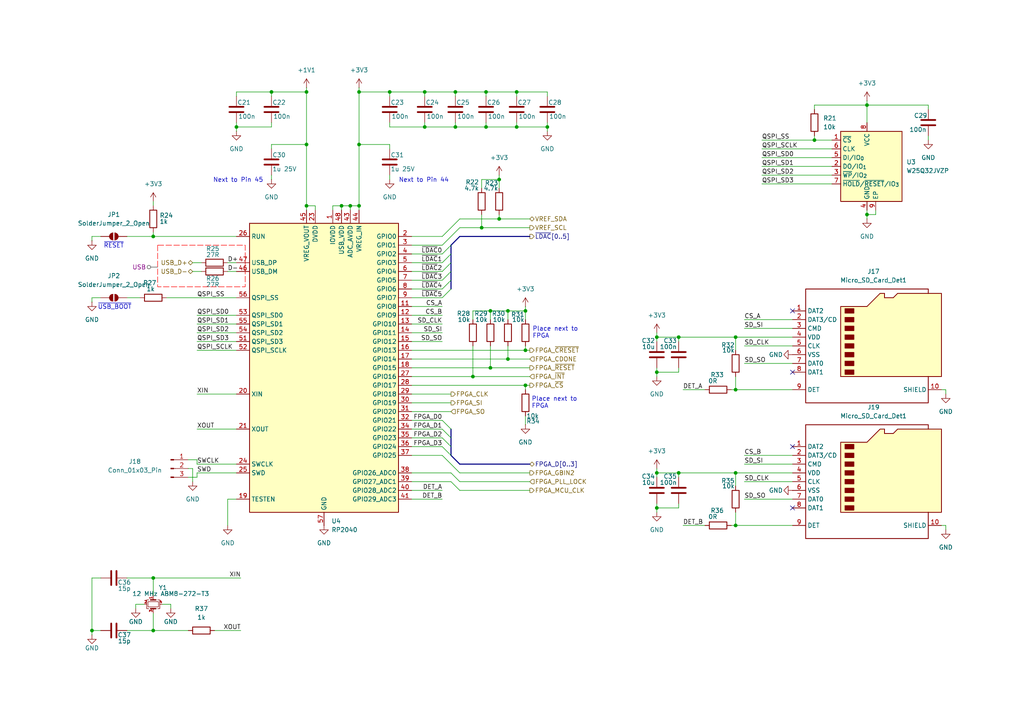
<source format=kicad_sch>
(kicad_sch (version 20250114) (generator "eeschema") (generator_version "9.0")
  (paper "A4")
  (lib_symbols
    (symbol "+1V1_1" (power) (pin_numbers (hide yes)) (pin_names (offset 0) (hide yes))
      (property "Value" "+1V1" (at 0 3.556 0))
      (symbol "+1V1_1_0_1"
        (polyline (pts (xy -0.762 1.27) (xy 0 2.54)))
        (polyline (pts (xy 0 2.54) (xy 0.762 1.27)))
        (polyline (pts (xy 0 0) (xy 0 2.54)))
      )
      (symbol "+1V1_1_1_1"
        (pin power_in line (at 0 0 90) (length 0) (name "~") (number "1"))
      )
    )
    (symbol "Connector:Conn_01x03_Pin" (pin_names (offset 1.016) (hide yes))
      (property "Reference" "J" (at 0 5.08 0))
      (property "Value" "Conn_01x03_Pin" (at 0 -5.08 0))
      (symbol "Conn_01x03_Pin_1_1"
        (rectangle (start 0.8636 2.667) (end 0 2.413) (stroke (width 0.1524)) (fill (type outline)))
        (rectangle (start 0.8636 0.127) (end 0 -0.127) (stroke (width 0.1524)) (fill (type outline)))
        (rectangle (start 0.8636 -2.413) (end 0 -2.667) (stroke (width 0.1524)) (fill (type outline)))
        (polyline (pts (xy 1.27 2.54) (xy 0.8636 2.54)) (stroke (width 0.1524)))
        (polyline (pts (xy 1.27 0) (xy 0.8636 0)) (stroke (width 0.1524)))
        (polyline (pts (xy 1.27 -2.54) (xy 0.8636 -2.54)) (stroke (width 0.1524)))
        (pin passive line (at 5.08 2.54 180) (length 3.81) (name "Pin_1") (number "1"))
        (pin passive line (at 5.08 0 180) (length 3.81) (name "Pin_2") (number "2"))
        (pin passive line (at 5.08 -2.54 180) (length 3.81) (name "Pin_3") (number "3"))
      )
    )
    (symbol "Connector:Micro_SD_Card_Det1"
      (property "Reference" "J" (at -16.51 17.78 0))
      (property "Value" "Micro_SD_Card_Det1" (at 16.51 17.78 0))
      (symbol "Micro_SD_Card_Det1_0_1"
        (polyline (pts (xy -8.89 -8.89) (xy -8.89 11.43) (xy -1.27 11.43) (xy 2.54 15.24) (xy 3.81 15.24) (xy 3.81 13.97) (xy 6.35 13.97) (xy 7.62 15.24) (xy 20.32 15.24) (xy 20.32 -8.89) (xy -8.89 -8.89)) (stroke (width 0.254)) (fill (type background)))
        (rectangle (start -7.62 10.795) (end -5.08 9.525) (stroke (width 0.254)) (fill (type outline)))
        (rectangle (start -7.62 8.255) (end -5.08 6.985) (stroke (width 0.254)) (fill (type outline)))
        (rectangle (start -7.62 5.715) (end -5.08 4.445) (stroke (width 0.254)) (fill (type outline)))
        (rectangle (start -7.62 3.175) (end -5.08 1.905) (stroke (width 0.254)) (fill (type outline)))
        (rectangle (start -7.62 0.635) (end -5.08 -0.635) (stroke (width 0.254)) (fill (type outline)))
        (rectangle (start -7.62 -1.905) (end -5.08 -3.175) (stroke (width 0.254)) (fill (type outline)))
        (rectangle (start -7.62 -4.445) (end -5.08 -5.715) (stroke (width 0.254)) (fill (type outline)))
        (rectangle (start -7.62 -6.985) (end -5.08 -8.255) (stroke (width 0.254)) (fill (type outline)))
        (polyline (pts (xy 16.51 15.24) (xy 16.51 16.51) (xy -19.05 16.51) (xy -19.05 -16.51) (xy 16.51 -16.51) (xy 16.51 -8.89)) (stroke (width 0.254)))
      )
      (symbol "Micro_SD_Card_Det1_1_1"
        (pin bidirectional line (at -22.86 10.16 0) (length 3.81) (name "DAT2") (number "1"))
        (pin bidirectional line (at -22.86 7.62 0) (length 3.81) (name "DAT3/CD") (number "2"))
        (pin input line (at -22.86 5.08 0) (length 3.81) (name "CMD") (number "3"))
        (pin power_in line (at -22.86 2.54 0) (length 3.81) (name "VDD") (number "4"))
        (pin input line (at -22.86 0 0) (length 3.81) (name "CLK") (number "5"))
        (pin power_in line (at -22.86 -2.54 0) (length 3.81) (name "VSS") (number "6"))
        (pin bidirectional line (at -22.86 -5.08 0) (length 3.81) (name "DAT0") (number "7"))
        (pin bidirectional line (at -22.86 -7.62 0) (length 3.81) (name "DAT1") (number "8"))
        (pin passive line (at -22.86 -12.7 0) (length 3.81) (name "DET") (number "9"))
        (pin passive line (at 20.32 -12.7 180) (length 3.81) (name "SHIELD") (number "10"))
      )
    )
    (symbol "Device:C" (pin_numbers (hide yes)) (pin_names (offset 0.254))
      (property "Reference" "C" (at 0.635 2.54 0))
      (property "Value" "C" (at 0.635 -2.54 0))
      (symbol "C_0_1"
        (polyline (pts (xy -2.032 0.762) (xy 2.032 0.762)) (stroke (width 0.508)))
        (polyline (pts (xy -2.032 -0.762) (xy 2.032 -0.762)) (stroke (width 0.508)))
      )
      (symbol "C_1_1"
        (pin passive line (at 0 3.81 270) (length 2.794) (name "~") (number "1"))
        (pin passive line (at 0 -3.81 90) (length 2.794) (name "~") (number "2"))
      )
    )
    (symbol "Device:Crystal_GND24_Small" (pin_names (offset 1.016) (hide yes))
      (property "Reference" "Y" (at 1.27 4.445 0))
      (property "Value" "Crystal_GND24_Small" (at 1.27 2.54 0))
      (symbol "Crystal_GND24_Small_0_1"
        (polyline (pts (xy -1.27 1.27) (xy -1.27 1.905) (xy 1.27 1.905) (xy 1.27 1.27)))
        (polyline (pts (xy -1.27 -0.762) (xy -1.27 0.762)) (stroke (width 0.381)))
        (polyline (pts (xy -1.27 -1.27) (xy -1.27 -1.905) (xy 1.27 -1.905) (xy 1.27 -1.27)))
        (rectangle (start -0.762 -1.524) (end 0.762 1.524))
        (polyline (pts (xy 1.27 -0.762) (xy 1.27 0.762)) (stroke (width 0.381)))
      )
      (symbol "Crystal_GND24_Small_1_1"
        (pin passive line (at -2.54 0 0) (length 1.27) (name "1") (number "1"))
        (pin passive line (at 0 2.54 270) (length 0.635) (name "4") (number "4"))
        (pin passive line (at 0 -2.54 90) (length 0.635) (name "2") (number "2"))
        (pin passive line (at 2.54 0 180) (length 1.27) (name "3") (number "3"))
      )
    )
    (symbol "Device:R" (pin_numbers (hide yes)) (pin_names (offset 0))
      (property "Reference" "R" (at 2.032 0 90))
      (property "Value" "R" (at 0 0 90))
      (symbol "R_0_1"
        (rectangle (start -1.016 -2.54) (end 1.016 2.54) (stroke (width 0.254)))
      )
      (symbol "R_1_1"
        (pin passive line (at 0 3.81 270) (length 1.27) (name "~") (number "1"))
        (pin passive line (at 0 -3.81 90) (length 1.27) (name "~") (number "2"))
      )
    )
    (symbol "Jumper:SolderJumper_2_Open" (pin_numbers (hide yes)) (pin_names (offset 0) (hide yes)) (in_bom no)
      (property "Reference" "JP" (at 0 2.032 0))
      (property "Value" "SolderJumper_2_Open" (at 0 -2.54 0))
      (symbol "SolderJumper_2_Open_0_1"
        (polyline (pts (xy -0.254 1.016) (xy -0.254 -1.016)))
        (arc (start -0.254 -1.016) (mid -1.2656 0) (end -0.254 1.016))
        (arc (start -0.254 -1.016) (mid -1.2656 0) (end -0.254 1.016) (fill (type outline)))
        (arc (start 0.254 1.016) (mid 1.2656 0) (end 0.254 -1.016))
        (arc (start 0.254 1.016) (mid 1.2656 0) (end 0.254 -1.016) (fill (type outline)))
        (polyline (pts (xy 0.254 1.016) (xy 0.254 -1.016)))
      )
      (symbol "SolderJumper_2_Open_1_1"
        (pin passive line (at -3.81 0 0) (length 2.54) (name "A") (number "1"))
        (pin passive line (at 3.81 0 180) (length 2.54) (name "B") (number "2"))
      )
    )
    (symbol "MCU_RaspberryPi:RP2040"
      (property "Reference" "U" (at 17.78 45.72 0))
      (property "Value" "RP2040" (at 17.78 43.18 0))
      (symbol "RP2040_0_1"
        (rectangle (start -21.59 41.91) (end 21.59 -41.91) (stroke (width 0.254)) (fill (type background)))
      )
      (symbol "RP2040_1_1"
        (pin input line (at -25.4 38.1 0) (length 3.81) (name "RUN") (number "26"))
        (pin bidirectional line (at -25.4 30.48 0) (length 3.81) (name "USB_DP") (number "47"))
        (pin bidirectional line (at -25.4 27.94 0) (length 3.81) (name "USB_DM") (number "46"))
        (pin bidirectional line (at -25.4 20.32 0) (length 3.81) (name "QSPI_SS") (number "56"))
        (pin bidirectional line (at -25.4 15.24 0) (length 3.81) (name "QSPI_SD0") (number "53"))
        (pin bidirectional line (at -25.4 12.7 0) (length 3.81) (name "QSPI_SD1") (number "55"))
        (pin bidirectional line (at -25.4 10.16 0) (length 3.81) (name "QSPI_SD2") (number "54"))
        (pin bidirectional line (at -25.4 7.62 0) (length 3.81) (name "QSPI_SD3") (number "51"))
        (pin output line (at -25.4 5.08 0) (length 3.81) (name "QSPI_SCLK") (number "52"))
        (pin input line (at -25.4 -7.62 0) (length 3.81) (name "XIN") (number "20"))
        (pin passive line (at -25.4 -17.78 0) (length 3.81) (name "XOUT") (number "21"))
        (pin input line (at -25.4 -27.94 0) (length 3.81) (name "SWCLK") (number "24"))
        (pin bidirectional line (at -25.4 -30.48 0) (length 3.81) (name "SWD") (number "25"))
        (pin input line (at -25.4 -38.1 0) (length 3.81) (name "TESTEN") (number "19"))
        (pin power_out line (at -5.08 45.72 270) (length 3.81) (name "VREG_VOUT") (number "45"))
        (pin power_in line (at -2.54 45.72 270) (length 3.81) (name "DVDD") (number "23"))
        (pin passive line (at -2.54 45.72 270) (length 3.81) (hide yes) (name "DVDD") (number "50"))
        (pin power_in line (at 0 -45.72 90) (length 3.81) (name "GND") (number "57"))
        (pin power_in line (at 2.54 45.72 270) (length 3.81) (name "IOVDD") (number "1"))
        (pin passive line (at 2.54 45.72 270) (length 3.81) (hide yes) (name "IOVDD") (number "10"))
        (pin passive line (at 2.54 45.72 270) (length 3.81) (hide yes) (name "IOVDD") (number "22"))
        (pin passive line (at 2.54 45.72 270) (length 3.81) (hide yes) (name "IOVDD") (number "33"))
        (pin passive line (at 2.54 45.72 270) (length 3.81) (hide yes) (name "IOVDD") (number "42"))
        (pin passive line (at 2.54 45.72 270) (length 3.81) (hide yes) (name "IOVDD") (number "49"))
        (pin power_in line (at 5.08 45.72 270) (length 3.81) (name "USB_VDD") (number "48"))
        (pin power_in line (at 7.62 45.72 270) (length 3.81) (name "ADC_AVDD") (number "43"))
        (pin power_in line (at 10.16 45.72 270) (length 3.81) (name "VREG_IN") (number "44"))
        (pin bidirectional line (at 25.4 38.1 180) (length 3.81) (name "GPIO0") (number "2"))
        (pin bidirectional line (at 25.4 35.56 180) (length 3.81) (name "GPIO1") (number "3"))
        (pin bidirectional line (at 25.4 33.02 180) (length 3.81) (name "GPIO2") (number "4"))
        (pin bidirectional line (at 25.4 30.48 180) (length 3.81) (name "GPIO3") (number "5"))
        (pin bidirectional line (at 25.4 27.94 180) (length 3.81) (name "GPIO4") (number "6"))
        (pin bidirectional line (at 25.4 25.4 180) (length 3.81) (name "GPIO5") (number "7"))
        (pin bidirectional line (at 25.4 22.86 180) (length 3.81) (name "GPIO6") (number "8"))
        (pin bidirectional line (at 25.4 20.32 180) (length 3.81) (name "GPIO7") (number "9"))
        (pin bidirectional line (at 25.4 17.78 180) (length 3.81) (name "GPIO8") (number "11"))
        (pin bidirectional line (at 25.4 15.24 180) (length 3.81) (name "GPIO9") (number "12"))
        (pin bidirectional line (at 25.4 12.7 180) (length 3.81) (name "GPIO10") (number "13"))
        (pin bidirectional line (at 25.4 10.16 180) (length 3.81) (name "GPIO11") (number "14"))
        (pin bidirectional line (at 25.4 7.62 180) (length 3.81) (name "GPIO12") (number "15"))
        (pin bidirectional line (at 25.4 5.08 180) (length 3.81) (name "GPIO13") (number "16"))
        (pin bidirectional line (at 25.4 2.54 180) (length 3.81) (name "GPIO14") (number "17"))
        (pin bidirectional line (at 25.4 0 180) (length 3.81) (name "GPIO15") (number "18"))
        (pin bidirectional line (at 25.4 -2.54 180) (length 3.81) (name "GPIO16") (number "27"))
        (pin bidirectional line (at 25.4 -5.08 180) (length 3.81) (name "GPIO17") (number "28"))
        (pin bidirectional line (at 25.4 -7.62 180) (length 3.81) (name "GPIO18") (number "29"))
        (pin bidirectional line (at 25.4 -10.16 180) (length 3.81) (name "GPIO19") (number "30"))
        (pin bidirectional line (at 25.4 -12.7 180) (length 3.81) (name "GPIO20") (number "31"))
        (pin bidirectional line (at 25.4 -15.24 180) (length 3.81) (name "GPIO21") (number "32"))
        (pin bidirectional line (at 25.4 -17.78 180) (length 3.81) (name "GPIO22") (number "34"))
        (pin bidirectional line (at 25.4 -20.32 180) (length 3.81) (name "GPIO23") (number "35"))
        (pin bidirectional line (at 25.4 -22.86 180) (length 3.81) (name "GPIO24") (number "36"))
        (pin bidirectional line (at 25.4 -25.4 180) (length 3.81) (name "GPIO25") (number "37"))
        (pin bidirectional line (at 25.4 -30.48 180) (length 3.81) (name "GPIO26_ADC0") (number "38"))
        (pin bidirectional line (at 25.4 -33.02 180) (length 3.81) (name "GPIO27_ADC1") (number "39"))
        (pin bidirectional line (at 25.4 -35.56 180) (length 3.81) (name "GPIO28_ADC2") (number "40"))
        (pin bidirectional line (at 25.4 -38.1 180) (length 3.81) (name "GPIO29_ADC3") (number "41"))
      )
    )
    (symbol "Memory_Flash:W25Q32JVZP"
      (property "Reference" "U" (at -6.35 11.43 0))
      (property "Value" "W25Q32JVZP" (at 7.62 11.43 0))
      (symbol "W25Q32JVZP_0_1"
        (rectangle (start -7.62 10.16) (end 10.16 -10.16) (stroke (width 0.254)) (fill (type background)))
      )
      (symbol "W25Q32JVZP_1_1"
        (pin input line (at -10.16 7.62 0) (length 2.54) (name "~{CS}") (number "1"))
        (pin input line (at -10.16 5.08 0) (length 2.54) (name "CLK") (number "6"))
        (pin bidirectional line (at -10.16 2.54 0) (length 2.54) (name "DI/IO_{0}") (number "5"))
        (pin bidirectional line (at -10.16 0 0) (length 2.54) (name "DO/IO_{1}") (number "2"))
        (pin bidirectional line (at -10.16 -2.54 0) (length 2.54) (name "~{WP}/IO_{2}") (number "3"))
        (pin bidirectional line (at -10.16 -5.08 0) (length 2.54) (name "~{HOLD}/~{RESET}/IO_{3}") (number "7"))
        (pin power_in line (at 0 12.7 270) (length 2.54) (name "VCC") (number "8"))
        (pin power_in line (at 0 -12.7 90) (length 2.54) (name "GND") (number "4"))
        (pin passive line (at 2.54 -12.7 90) (length 2.54) (name "EP") (number "9"))
      )
    )
    (symbol "power:+3V3" (power) (pin_numbers (hide yes)) (pin_names (offset 0) (hide yes))
      (property "Value" "+3V3" (at 0 3.556 0))
      (symbol "+3V3_0_1"
        (polyline (pts (xy -0.762 1.27) (xy 0 2.54)))
        (polyline (pts (xy 0 2.54) (xy 0.762 1.27)))
        (polyline (pts (xy 0 0) (xy 0 2.54)))
      )
      (symbol "+3V3_1_1"
        (pin power_in line (at 0 0 90) (length 0) (name "~") (number "1"))
      )
    )
    (symbol "power:GND" (power) (pin_numbers (hide yes)) (pin_names (offset 0) (hide yes))
      (property "Value" "GND" (at 0 -3.81 0))
      (symbol "GND_0_1"
        (polyline (pts (xy 0 0) (xy 0 -1.27) (xy 1.27 -1.27) (xy 0 -2.54) (xy -1.27 -1.27) (xy 0 -1.27)))
      )
      (symbol "GND_1_1"
        (pin power_in line (at 0 0 270) (length 0) (name "~") (number "1"))
      )
    )
  )
  (text "Place next to\nFPGA" (at 154.178 116.84 0) (effects (font (size 1.27 1.27)) (justify left)))
  (text "Next to Pin 44" (at 122.936 52.324 0) (effects (font (size 1.27 1.27))))
  (text "Place next to\nFPGA" (at 154.432 96.52 0) (effects (font (size 1.27 1.27)) (justify left)))
  (text "Next to Pin 45" (at 69.088 52.324 0) (effects (font (size 1.27 1.27))))
  (text "~{USB_BOOT}" (at 33.274 89.154 0) (effects (font (size 1.27 1.27))))
  (text "~{RESET}" (at 33.02 71.374 0) (effects (font (size 1.27 1.27))))
  (junction (at 144.78 52.07))
  (junction (at 78.74 26.67))
  (junction (at 147.32 90.17))
  (junction (at 152.4 90.17))
  (junction (at 99.06 59.69))
  (junction (at 213.36 152.4))
  (junction (at 44.45 167.64))
  (junction (at 152.4 111.76))
  (junction (at 190.5 107.95))
  (junction (at 142.24 90.17))
  (junction (at 68.58 36.83))
  (junction (at 88.9 41.91))
  (junction (at 123.19 36.83))
  (junction (at 139.7 66.04))
  (junction (at 44.45 182.88))
  (junction (at 213.36 137.16))
  (junction (at 123.19 26.67))
  (junction (at 149.86 26.67))
  (junction (at 196.85 97.79))
  (junction (at 104.14 59.69))
  (junction (at 88.9 26.67))
  (junction (at 196.85 137.16))
  (junction (at 251.46 62.23))
  (junction (at 44.45 68.58))
  (junction (at 149.86 36.83))
  (junction (at 190.5 137.16))
  (junction (at 190.5 147.32))
  (junction (at 142.24 106.68))
  (junction (at 140.97 26.67))
  (junction (at 137.16 109.22))
  (junction (at 26.67 182.88))
  (junction (at 101.6 59.69))
  (junction (at 104.14 41.91))
  (junction (at 132.08 36.83))
  (junction (at 190.5 97.79))
  (junction (at 152.4 101.6))
  (junction (at 104.14 26.67))
  (junction (at 251.46 30.48))
  (junction (at 158.75 36.83))
  (junction (at 144.78 63.5))
  (junction (at 113.03 26.67))
  (junction (at 213.36 97.79))
  (junction (at 132.08 26.67))
  (junction (at 88.9 59.69))
  (junction (at 236.22 40.64))
  (junction (at 147.32 104.14))
  (junction (at 140.97 36.83))
  (junction (at 213.36 113.03))
  (no_connect (at 229.87 90.17))
  (no_connect (at 229.87 129.54))
  (no_connect (at 229.87 107.95))
  (no_connect (at 229.87 147.32))
  (bus_entry (at 128.27 129.54) (size 2.54 2.54))
  (bus_entry (at 130.81 71.12) (size -2.54 2.54))
  (bus_entry (at 130.81 78.74) (size -2.54 2.54))
  (bus_entry (at 130.81 81.28) (size -2.54 2.54))
  (bus_entry (at 128.27 121.92) (size 2.54 2.54))
  (bus_entry (at 128.27 127) (size 2.54 2.54))
  (bus_entry (at 130.81 76.2) (size -2.54 2.54))
  (bus_entry (at 130.81 73.66) (size -2.54 2.54))
  (bus_entry (at 130.81 83.82) (size -2.54 2.54))
  (bus_entry (at 128.27 124.46) (size 2.54 2.54))
  (bus (pts (xy 130.81 129.54) (xy 130.81 132.08)))
  (wire (pts (xy 128.27 142.24) (xy 119.38 142.24)))
  (wire (pts (xy 57.15 134.62) (xy 57.15 133.35)))
  (wire (pts (xy 236.22 40.64) (xy 241.3 40.64)))
  (wire (pts (xy 132.08 35.56) (xy 132.08 36.83)))
  (wire (pts (xy 55.88 135.89) (xy 55.88 139.7)))
  (wire (pts (xy 57.15 114.3) (xy 68.58 114.3)))
  (wire (pts (xy 251.46 62.23) (xy 251.46 60.96)))
  (wire (pts (xy 119.38 111.76) (xy 152.4 111.76)))
  (wire (pts (xy 104.14 26.67) (xy 104.14 41.91)))
  (wire (pts (xy 269.24 31.75) (xy 269.24 30.48)))
  (wire (pts (xy 153.67 63.5) (xy 144.78 63.5)))
  (wire (pts (xy 58.42 76.2) (xy 55.88 76.2)))
  (wire (pts (xy 44.45 177.8) (xy 44.45 182.88)))
  (wire (pts (xy 152.4 111.76) (xy 152.4 113.03)))
  (wire (pts (xy 251.46 30.48) (xy 251.46 35.56)))
  (wire (pts (xy 132.08 26.67) (xy 140.97 26.67)))
  (wire (pts (xy 48.26 86.36) (xy 68.58 86.36)))
  (wire (pts (xy 220.98 48.26) (xy 241.3 48.26)))
  (wire (pts (xy 128.27 132.08) (xy 133.35 137.16)))
  (wire (pts (xy 113.03 43.18) (xy 113.03 41.91)))
  (wire (pts (xy 144.78 52.07) (xy 144.78 54.61)))
  (wire (pts (xy 128.27 73.66) (xy 119.38 73.66)))
  (wire (pts (xy 196.85 146.05) (xy 196.85 147.32)))
  (wire (pts (xy 251.46 63.5) (xy 251.46 62.23)))
  (wire (pts (xy 213.36 113.03) (xy 229.87 113.03)))
  (wire (pts (xy 68.58 144.78) (xy 66.04 144.78)))
  (wire (pts (xy 68.58 26.67) (xy 78.74 26.67)))
  (wire (pts (xy 128.27 71.12) (xy 133.35 66.04)))
  (wire (pts (xy 152.4 100.33) (xy 152.4 101.6)))
  (wire (pts (xy 133.35 142.24) (xy 153.67 142.24)))
  (wire (pts (xy 158.75 36.83) (xy 158.75 38.1)))
  (wire (pts (xy 113.03 35.56) (xy 113.03 36.83)))
  (wire (pts (xy 57.15 99.06) (xy 68.58 99.06)))
  (wire (pts (xy 44.45 182.88) (xy 54.61 182.88)))
  (wire (pts (xy 142.24 90.17) (xy 147.32 90.17)))
  (wire (pts (xy 220.98 50.8) (xy 241.3 50.8)))
  (wire (pts (xy 66.04 76.2) (xy 68.58 76.2)))
  (wire (pts (xy 149.86 35.56) (xy 149.86 36.83)))
  (wire (pts (xy 147.32 100.33) (xy 147.32 104.14)))
  (wire (pts (xy 144.78 52.07) (xy 139.7 52.07)))
  (wire (pts (xy 49.53 175.26) (xy 46.99 175.26)))
  (wire (pts (xy 152.4 90.17) (xy 152.4 92.71)))
  (wire (pts (xy 99.06 59.69) (xy 99.06 60.96)))
  (wire (pts (xy 123.19 27.94) (xy 123.19 26.67)))
  (wire (pts (xy 78.74 35.56) (xy 78.74 36.83)))
  (wire (pts (xy 119.38 127) (xy 128.27 127)))
  (wire (pts (xy 190.5 147.32) (xy 190.5 148.59)))
  (wire (pts (xy 140.97 36.83) (xy 149.86 36.83)))
  (wire (pts (xy 128.27 96.52) (xy 119.38 96.52)))
  (wire (pts (xy 212.09 152.4) (xy 213.36 152.4)))
  (wire (pts (xy 133.35 137.16) (xy 153.67 137.16)))
  (wire (pts (xy 44.45 68.58) (xy 68.58 68.58)))
  (bus (pts (xy 130.81 76.2) (xy 130.81 73.66)))
  (wire (pts (xy 213.36 148.59) (xy 213.36 152.4)))
  (wire (pts (xy 57.15 96.52) (xy 68.58 96.52)))
  (wire (pts (xy 54.61 135.89) (xy 55.88 135.89)))
  (wire (pts (xy 88.9 41.91) (xy 88.9 59.69)))
  (wire (pts (xy 123.19 26.67) (xy 132.08 26.67)))
  (wire (pts (xy 132.08 27.94) (xy 132.08 26.67)))
  (wire (pts (xy 62.23 182.88) (xy 69.85 182.88)))
  (wire (pts (xy 57.15 137.16) (xy 68.58 137.16)))
  (wire (pts (xy 91.44 60.96) (xy 91.44 59.69)))
  (wire (pts (xy 254 62.23) (xy 251.46 62.23)))
  (wire (pts (xy 119.38 68.58) (xy 128.27 68.58)))
  (wire (pts (xy 128.27 144.78) (xy 119.38 144.78)))
  (wire (pts (xy 215.9 92.71) (xy 229.87 92.71)))
  (wire (pts (xy 220.98 45.72) (xy 241.3 45.72)))
  (wire (pts (xy 152.4 101.6) (xy 153.67 101.6)))
  (wire (pts (xy 44.45 167.64) (xy 36.83 167.64)))
  (wire (pts (xy 68.58 36.83) (xy 68.58 38.1)))
  (wire (pts (xy 220.98 40.64) (xy 236.22 40.64)))
  (bus (pts (xy 130.81 127) (xy 130.81 129.54)))
  (wire (pts (xy 101.6 59.69) (xy 101.6 60.96)))
  (wire (pts (xy 142.24 106.68) (xy 153.67 106.68)))
  (wire (pts (xy 152.4 88.9) (xy 152.4 90.17)))
  (wire (pts (xy 78.74 36.83) (xy 68.58 36.83)))
  (wire (pts (xy 66.04 144.78) (xy 66.04 152.4)))
  (wire (pts (xy 215.9 144.78) (xy 229.87 144.78)))
  (wire (pts (xy 215.9 100.33) (xy 229.87 100.33)))
  (wire (pts (xy 26.67 68.58) (xy 29.21 68.58)))
  (wire (pts (xy 29.21 167.64) (xy 26.67 167.64)))
  (wire (pts (xy 190.5 135.89) (xy 190.5 137.16)))
  (wire (pts (xy 36.83 68.58) (xy 44.45 68.58)))
  (wire (pts (xy 190.5 96.52) (xy 190.5 97.79)))
  (wire (pts (xy 123.19 35.56) (xy 123.19 36.83)))
  (wire (pts (xy 113.03 52.07) (xy 113.03 50.8)))
  (wire (pts (xy 130.81 139.7) (xy 133.35 142.24)))
  (wire (pts (xy 57.15 124.46) (xy 68.58 124.46)))
  (wire (pts (xy 158.75 27.94) (xy 158.75 26.67)))
  (wire (pts (xy 57.15 91.44) (xy 68.58 91.44)))
  (wire (pts (xy 91.44 59.69) (xy 88.9 59.69)))
  (wire (pts (xy 49.53 175.26) (xy 49.53 176.53)))
  (wire (pts (xy 236.22 30.48) (xy 251.46 30.48)))
  (wire (pts (xy 236.22 30.48) (xy 236.22 31.75)))
  (wire (pts (xy 119.38 129.54) (xy 128.27 129.54)))
  (wire (pts (xy 68.58 27.94) (xy 68.58 26.67)))
  (wire (pts (xy 137.16 100.33) (xy 137.16 109.22)))
  (bus (pts (xy 130.81 124.46) (xy 130.81 127)))
  (wire (pts (xy 58.42 78.74) (xy 55.88 78.74)))
  (wire (pts (xy 128.27 88.9) (xy 119.38 88.9)))
  (wire (pts (xy 57.15 101.6) (xy 68.58 101.6)))
  (wire (pts (xy 104.14 41.91) (xy 104.14 59.69)))
  (wire (pts (xy 142.24 92.71) (xy 142.24 90.17)))
  (wire (pts (xy 215.9 95.25) (xy 229.87 95.25)))
  (wire (pts (xy 36.83 86.36) (xy 40.64 86.36)))
  (wire (pts (xy 123.19 26.67) (xy 113.03 26.67)))
  (wire (pts (xy 119.38 124.46) (xy 128.27 124.46)))
  (wire (pts (xy 196.85 137.16) (xy 190.5 137.16)))
  (wire (pts (xy 128.27 78.74) (xy 119.38 78.74)))
  (wire (pts (xy 128.27 91.44) (xy 119.38 91.44)))
  (wire (pts (xy 190.5 138.43) (xy 190.5 137.16)))
  (wire (pts (xy 113.03 27.94) (xy 113.03 26.67)))
  (wire (pts (xy 196.85 106.68) (xy 196.85 107.95)))
  (wire (pts (xy 39.37 175.26) (xy 41.91 175.26)))
  (bus (pts (xy 130.81 132.08) (xy 133.35 134.62)))
  (wire (pts (xy 88.9 26.67) (xy 88.9 41.91)))
  (bus (pts (xy 130.81 78.74) (xy 130.81 81.28)))
  (wire (pts (xy 119.38 114.3) (xy 130.81 114.3)))
  (wire (pts (xy 254 60.96) (xy 254 62.23)))
  (wire (pts (xy 119.38 71.12) (xy 128.27 71.12)))
  (wire (pts (xy 57.15 138.43) (xy 54.61 138.43)))
  (wire (pts (xy 113.03 36.83) (xy 123.19 36.83)))
  (wire (pts (xy 139.7 62.23) (xy 139.7 66.04)))
  (wire (pts (xy 119.38 139.7) (xy 130.81 139.7)))
  (wire (pts (xy 128.27 86.36) (xy 119.38 86.36)))
  (wire (pts (xy 128.27 83.82) (xy 119.38 83.82)))
  (wire (pts (xy 196.85 137.16) (xy 213.36 137.16)))
  (wire (pts (xy 44.45 58.42) (xy 44.45 59.69)))
  (wire (pts (xy 144.78 62.23) (xy 144.78 63.5)))
  (wire (pts (xy 149.86 36.83) (xy 158.75 36.83)))
  (wire (pts (xy 104.14 41.91) (xy 113.03 41.91)))
  (wire (pts (xy 190.5 106.68) (xy 190.5 107.95)))
  (wire (pts (xy 57.15 137.16) (xy 57.15 138.43)))
  (wire (pts (xy 44.45 67.31) (xy 44.45 68.58)))
  (bus (pts (xy 133.35 134.62) (xy 153.67 134.62)))
  (wire (pts (xy 128.27 68.58) (xy 133.35 63.5)))
  (wire (pts (xy 119.38 116.84) (xy 130.81 116.84)))
  (wire (pts (xy 133.35 139.7) (xy 153.67 139.7)))
  (wire (pts (xy 113.03 26.67) (xy 104.14 26.67)))
  (wire (pts (xy 39.37 176.53) (xy 39.37 175.26)))
  (wire (pts (xy 99.06 59.69) (xy 101.6 59.69)))
  (wire (pts (xy 196.85 97.79) (xy 190.5 97.79)))
  (wire (pts (xy 215.9 139.7) (xy 229.87 139.7)))
  (wire (pts (xy 119.38 106.68) (xy 142.24 106.68)))
  (wire (pts (xy 229.87 97.79) (xy 213.36 97.79)))
  (wire (pts (xy 196.85 147.32) (xy 190.5 147.32)))
  (wire (pts (xy 215.9 132.08) (xy 229.87 132.08)))
  (wire (pts (xy 153.67 66.04) (xy 139.7 66.04)))
  (wire (pts (xy 152.4 90.17) (xy 147.32 90.17)))
  (wire (pts (xy 78.74 41.91) (xy 88.9 41.91)))
  (wire (pts (xy 137.16 109.22) (xy 153.67 109.22)))
  (wire (pts (xy 152.4 123.19) (xy 152.4 120.65)))
  (wire (pts (xy 119.38 121.92) (xy 128.27 121.92)))
  (wire (pts (xy 66.04 78.74) (xy 68.58 78.74)))
  (wire (pts (xy 123.19 36.83) (xy 132.08 36.83)))
  (wire (pts (xy 101.6 59.69) (xy 104.14 59.69)))
  (wire (pts (xy 215.9 105.41) (xy 229.87 105.41)))
  (wire (pts (xy 215.9 134.62) (xy 229.87 134.62)))
  (wire (pts (xy 229.87 137.16) (xy 213.36 137.16)))
  (wire (pts (xy 274.32 113.03) (xy 274.32 114.3)))
  (wire (pts (xy 96.52 59.69) (xy 99.06 59.69)))
  (wire (pts (xy 190.5 99.06) (xy 190.5 97.79)))
  (wire (pts (xy 212.09 113.03) (xy 213.36 113.03)))
  (wire (pts (xy 36.83 182.88) (xy 44.45 182.88)))
  (wire (pts (xy 144.78 50.8) (xy 144.78 52.07)))
  (wire (pts (xy 158.75 35.56) (xy 158.75 36.83)))
  (wire (pts (xy 269.24 39.37) (xy 269.24 40.64)))
  (wire (pts (xy 196.85 99.06) (xy 196.85 97.79)))
  (wire (pts (xy 149.86 26.67) (xy 158.75 26.67)))
  (wire (pts (xy 220.98 53.34) (xy 241.3 53.34)))
  (wire (pts (xy 137.16 90.17) (xy 142.24 90.17)))
  (wire (pts (xy 190.5 107.95) (xy 190.5 109.22)))
  (wire (pts (xy 198.12 113.03) (xy 204.47 113.03)))
  (wire (pts (xy 44.45 167.64) (xy 69.85 167.64)))
  (wire (pts (xy 78.74 52.07) (xy 78.74 50.8)))
  (wire (pts (xy 26.67 68.58) (xy 26.67 69.85)))
  (wire (pts (xy 78.74 26.67) (xy 88.9 26.67)))
  (wire (pts (xy 196.85 138.43) (xy 196.85 137.16)))
  (wire (pts (xy 88.9 59.69) (xy 88.9 60.96)))
  (wire (pts (xy 198.12 152.4) (xy 204.47 152.4)))
  (wire (pts (xy 190.5 146.05) (xy 190.5 147.32)))
  (wire (pts (xy 213.36 152.4) (xy 229.87 152.4)))
  (wire (pts (xy 78.74 26.67) (xy 78.74 27.94)))
  (bus (pts (xy 153.67 68.58) (xy 133.35 68.58)))
  (wire (pts (xy 119.38 109.22) (xy 137.16 109.22)))
  (wire (pts (xy 104.14 59.69) (xy 104.14 60.96)))
  (wire (pts (xy 130.81 137.16) (xy 133.35 139.7)))
  (wire (pts (xy 139.7 52.07) (xy 139.7 54.61)))
  (wire (pts (xy 96.52 60.96) (xy 96.52 59.69)))
  (wire (pts (xy 140.97 35.56) (xy 140.97 36.83)))
  (wire (pts (xy 133.35 66.04) (xy 139.7 66.04)))
  (wire (pts (xy 29.21 182.88) (xy 26.67 182.88)))
  (wire (pts (xy 236.22 39.37) (xy 236.22 40.64)))
  (wire (pts (xy 196.85 107.95) (xy 190.5 107.95)))
  (wire (pts (xy 274.32 152.4) (xy 274.32 153.67)))
  (wire (pts (xy 88.9 25.4) (xy 88.9 26.67)))
  (wire (pts (xy 133.35 63.5) (xy 144.78 63.5)))
  (wire (pts (xy 142.24 100.33) (xy 142.24 106.68)))
  (wire (pts (xy 104.14 25.4) (xy 104.14 26.67)))
  (wire (pts (xy 273.05 113.03) (xy 274.32 113.03)))
  (wire (pts (xy 128.27 76.2) (xy 119.38 76.2)))
  (wire (pts (xy 26.67 182.88) (xy 26.67 184.15)))
  (wire (pts (xy 128.27 81.28) (xy 119.38 81.28)))
  (bus (pts (xy 130.81 81.28) (xy 130.81 83.82)))
  (wire (pts (xy 137.16 92.71) (xy 137.16 90.17)))
  (wire (pts (xy 68.58 35.56) (xy 68.58 36.83)))
  (wire (pts (xy 119.38 132.08) (xy 128.27 132.08)))
  (wire (pts (xy 196.85 97.79) (xy 213.36 97.79)))
  (wire (pts (xy 57.15 133.35) (xy 54.61 133.35)))
  (wire (pts (xy 251.46 29.21) (xy 251.46 30.48)))
  (wire (pts (xy 149.86 27.94) (xy 149.86 26.67)))
  (wire (pts (xy 147.32 90.17) (xy 147.32 92.71)))
  (bus (pts (xy 130.81 71.12) (xy 133.35 68.58)))
  (wire (pts (xy 213.36 109.22) (xy 213.36 113.03)))
  (wire (pts (xy 78.74 43.18) (xy 78.74 41.91)))
  (wire (pts (xy 119.38 137.16) (xy 130.81 137.16)))
  (wire (pts (xy 119.38 119.38) (xy 130.81 119.38)))
  (wire (pts (xy 57.15 93.98) (xy 68.58 93.98)))
  (wire (pts (xy 147.32 104.14) (xy 153.67 104.14)))
  (wire (pts (xy 140.97 27.94) (xy 140.97 26.67)))
  (wire (pts (xy 119.38 104.14) (xy 147.32 104.14)))
  (wire (pts (xy 213.36 137.16) (xy 213.36 140.97)))
  (wire (pts (xy 26.67 86.36) (xy 29.21 86.36)))
  (wire (pts (xy 44.45 167.64) (xy 44.45 172.72)))
  (wire (pts (xy 152.4 111.76) (xy 153.67 111.76)))
  (wire (pts (xy 26.67 86.36) (xy 26.67 87.63)))
  (wire (pts (xy 213.36 97.79) (xy 213.36 101.6)))
  (wire (pts (xy 140.97 26.67) (xy 149.86 26.67)))
  (wire (pts (xy 119.38 101.6) (xy 152.4 101.6)))
  (bus (pts (xy 130.81 78.74) (xy 130.81 76.2)))
  (wire (pts (xy 140.97 36.83) (xy 132.08 36.83)))
  (wire (pts (xy 128.27 93.98) (xy 119.38 93.98)))
  (wire (pts (xy 269.24 30.48) (xy 251.46 30.48)))
  (wire (pts (xy 26.67 167.64) (xy 26.67 182.88)))
  (bus (pts (xy 130.81 73.66) (xy 130.81 71.12)))
  (wire (pts (xy 273.05 152.4) (xy 274.32 152.4)))
  (wire (pts (xy 220.98 43.18) (xy 241.3 43.18)))
  (wire (pts (xy 57.15 134.62) (xy 68.58 134.62)))
  (wire (pts (xy 128.27 99.06) (xy 119.38 99.06)))
  (label "FPGA_D0" (at 128.27 121.92 180))
  (label "QSPI_SS" (at 57.15 86.36 0))
  (label "DET_A" (at 128.27 142.24 180))
  (label "SD_CLK" (at 128.27 93.98 180))
  (label "QSPI_SD1" (at 57.15 93.98 0))
  (label "XOUT" (at 57.15 124.46 0))
  (label "XIN" (at 69.85 167.64 180))
  (label "SD_SI" (at 215.9 134.62 0))
  (label "DET_A" (at 198.12 113.03 0))
  (label "QSPI_SD0" (at 220.98 45.72 0))
  (label "D+" (at 66.04 76.2 0))
  (label "~{LDAC}5" (at 128.27 86.36 180))
  (label "DET_B" (at 128.27 144.78 180))
  (label "~{LDAC}1" (at 128.27 76.2 180))
  (label "QSPI_SD2" (at 220.98 50.8 0))
  (label "SD_CLK" (at 215.9 139.7 0))
  (label "CS_B" (at 128.27 91.44 180))
  (label "SWCLK" (at 57.15 134.62 0))
  (label "QSPI_SD2" (at 57.15 96.52 0))
  (label "QSPI_SD3" (at 57.15 99.06 0))
  (label "~{LDAC}2" (at 128.27 78.74 180))
  (label "SD_SO" (at 128.27 99.06 180))
  (label "FPGA_D3" (at 128.27 129.54 180))
  (label "QSPI_SD0" (at 57.15 91.44 0))
  (label "CS_B" (at 215.9 132.08 0))
  (label "QSPI_SS" (at 220.98 40.64 0))
  (label "CS_A" (at 215.9 92.71 0))
  (label "SD_SO" (at 215.9 105.41 0))
  (label "~{LDAC}4" (at 128.27 83.82 180))
  (label "XOUT" (at 69.85 182.88 180))
  (label "QSPI_SD3" (at 220.98 53.34 0))
  (label "QSPI_SD1" (at 220.98 48.26 0))
  (label "DET_B" (at 198.12 152.4 0))
  (label "SD_CLK" (at 215.9 100.33 0))
  (label "QSPI_SCLK" (at 57.15 101.6 0))
  (label "SWD" (at 57.15 137.16 0))
  (label "FPGA_D1" (at 128.27 124.46 180))
  (label "CS_A" (at 128.27 88.9 180))
  (label "D-" (at 66.04 78.74 0))
  (label "SD_SI" (at 215.9 95.25 0))
  (label "SD_SO" (at 215.9 144.78 0))
  (label "QSPI_SCLK" (at 220.98 43.18 0))
  (label "~{LDAC}0" (at 128.27 73.66 180))
  (label "~{LDAC}3" (at 128.27 81.28 180))
  (label "XIN" (at 57.15 114.3 0))
  (label "FPGA_D2" (at 128.27 127 180))
  (label "SD_SI" (at 128.27 96.52 180))
  (hierarchical_label "FPGA_SO" (shape input) (at 130.81 119.38 0))
  (hierarchical_label "VREF_SDA" (shape bidirectional) (at 153.67 63.5 0))
  (hierarchical_label "USB_D-" (shape bidirectional) (at 55.88 78.74 180))
  (hierarchical_label "~{LDAC}[0..5]" (shape output) (at 153.67 68.58 0))
  (hierarchical_label "FPGA_PLL_LOCK" (shape input) (at 153.67 139.7 0))
  (hierarchical_label "FPGA_~{INT}" (shape input) (at 153.67 109.22 0))
  (hierarchical_label "FPGA_D[0..3]" (shape bidirectional) (at 153.67 134.62 0))
  (hierarchical_label "FPGA_CDONE" (shape input) (at 153.67 104.14 0))
  (hierarchical_label "VREF_SCL" (shape output) (at 153.67 66.04 0))
  (hierarchical_label "FPGA_GBIN2" (shape output) (at 153.67 137.16 0))
  (hierarchical_label "USB_D+" (shape bidirectional) (at 55.88 76.2 180))
  (hierarchical_label "FPGA_SI" (shape output) (at 130.81 116.84 0))
  (hierarchical_label "FPGA_MCU_CLK" (shape output) (at 153.67 142.24 0))
  (hierarchical_label "FPGA_~{RESET}" (shape output) (at 153.67 106.68 0))
  (hierarchical_label "FPGA_CLK" (shape output) (at 130.81 114.3 0))
  (hierarchical_label "FPGA_~{CS}" (shape output) (at 153.67 111.76 0))
  (hierarchical_label "FPGA_~{CRESET}" (shape output) (at 153.67 101.6 0))
  (rule_area (polyline (pts (xy 45.72 71.12) (xy 45.72 83.185) (xy 71.12 83.185) (xy 71.12 71.12)) (stroke (width 0) (type dash))))
  (netclass_flag "" (length 2.54) (shape round) (at 45.72 77.47 90) (property "Netclass" "USB" (at 38.354 77.47 0) (effects (justify left))))
  (symbol (lib_id "Device:R") (at 44.45 63.5 180) (unit 1)
    (property "Reference" "R24" (at 48.26 62.484 0))
    (property "Value" "1k" (at 47.498 64.262 0))
    (property "Footprint" "Resistor_SMD:R_0402_1005Metric" (effects (hide yes)))
    (property "Description" "Resistor" (effects (hide yes)))
    (property "LCSC" "C11702" (effects (hide yes)))
  )
  (symbol (lib_id "power:+3V3") (at 104.14 25.4 0) (unit 1)
    (property "Reference" "#PWR021" (effects (hide yes)))
    (property "Value" "+3V3" (at 104.14 20.32 0))
    (property "Description" "Power symbol creates a global label with name \"+3V3\"" (effects (hide yes)))
  )
  (symbol (lib_id "Device:C") (at 113.03 31.75 0) (unit 1)
    (property "Reference" "C23" (at 113.284 29.718 0) (effects (justify left)))
    (property "Value" "100n" (at 113.538 33.782 0) (effects (justify left)))
    (property "Footprint" "Capacitor_SMD:C_0402_1005Metric" (effects (hide yes)))
    (property "Description" "Unpolarized capacitor" (effects (hide yes)))
    (property "LCSC" "C307331" (effects (hide yes)))
  )
  (symbol (lib_id "Device:R") (at 44.45 86.36 90) (unit 1)
    (property "Reference" "R27" (at 43.434 82.042 90))
    (property "Value" "1k" (at 43.688 83.82 90))
    (property "Footprint" "Resistor_SMD:R_0402_1005Metric" (effects (hide yes)))
    (property "Description" "Resistor" (effects (hide yes)))
    (property "LCSC" "C11702" (effects (hide yes)))
  )
  (symbol (lib_id "power:GND") (at 26.67 184.15 0) (unit 1)
    (property "Reference" "#PWR048" (effects (hide yes)))
    (property "Value" "GND" (at 26.67 187.96 0))
    (property "Description" "Power symbol creates a global label with name \"GND\" , ground" (effects (hide yes)))
  )
  (symbol (lib_id "Connector:Micro_SD_Card_Det1") (at 252.73 100.33 0) (unit 1)
    (property "Reference" "J17" (at 253.365 78.74 0))
    (property "Value" "Micro_SD_Card_Det1" (at 253.365 81.28 0))
    (property "Footprint" "digital:microSD_HC_MSD-4-A" (effects (hide yes)))
    (property "Datasheet" "https://datasheet.lcsc.com/lcsc/2110151630_XKB-Connectivity-XKTF-015-N_C381082.pdf" (effects (hide yes)))
    (property "Description" "Micro SD Card Socket with one card detection pin" (effects (hide yes)))
    (property "LCSC" "C91145" (effects (hide yes)))
  )
  (symbol (lib_id "Device:R") (at 147.32 96.52 0) (mirror y) (unit 1)
    (property "Reference" "R30" (at 146.558 90.9321 0) (effects (justify left)))
    (property "Value" "10k" (at 146.558 92.71 0) (effects (justify left)))
    (property "Footprint" "Resistor_SMD:R_0402_1005Metric" (effects (hide yes)))
    (property "Description" "Resistor" (effects (hide yes)))
    (property "LCSC" "C25744" (effects (hide yes)))
  )
  (symbol (lib_id "Device:R") (at 62.23 78.74 90) (unit 1)
    (property "Reference" "R26" (at 61.722 80.772 90))
    (property "Value" "27R" (at 61.722 82.55 90))
    (property "Footprint" "Resistor_SMD:R_0402_1005Metric" (effects (hide yes)))
    (property "Description" "Resistor" (effects (hide yes)))
    (property "LCSC" "C138021" (effects (hide yes)))
  )
  (symbol (lib_id "power:+3V3") (at 251.46 29.21 0) (mirror y) (unit 1)
    (property "Reference" "#PWR022" (effects (hide yes)))
    (property "Value" "+3V3" (at 251.46 24.13 0))
    (property "Description" "Power symbol creates a global label with name \"+3V3\"" (effects (hide yes)))
  )
  (symbol (lib_id "Device:C") (at 78.74 31.75 0) (unit 1)
    (property "Reference" "C22" (at 78.994 29.718 0) (effects (justify left)))
    (property "Value" "100n" (at 79.248 33.782 0) (effects (justify left)))
    (property "Footprint" "Capacitor_SMD:C_0402_1005Metric" (effects (hide yes)))
    (property "Description" "Unpolarized capacitor" (effects (hide yes)))
    (property "LCSC" "C307331" (effects (hide yes)))
  )
  (symbol (lib_id "Device:R") (at 137.16 96.52 0) (mirror y) (unit 1)
    (property "Reference" "R28" (at 136.398 90.9321 0) (effects (justify left)))
    (property "Value" "10k" (at 136.398 92.71 0) (effects (justify left)))
    (property "Footprint" "Resistor_SMD:R_0402_1005Metric" (effects (hide yes)))
    (property "Description" "Resistor" (effects (hide yes)))
    (property "LCSC" "C25744" (effects (hide yes)))
  )
  (symbol (lib_id "Device:C") (at 123.19 31.75 0) (unit 1)
    (property "Reference" "C24" (at 123.444 29.718 0) (effects (justify left)))
    (property "Value" "100n" (at 123.698 33.782 0) (effects (justify left)))
    (property "Footprint" "Capacitor_SMD:C_0402_1005Metric" (effects (hide yes)))
    (property "Description" "Unpolarized capacitor" (effects (hide yes)))
    (property "LCSC" "C307331" (effects (hide yes)))
  )
  (symbol (lib_id "Device:R") (at 152.4 116.84 0) (mirror x) (unit 1)
    (property "Reference" "R34" (at 152.654 122.174 0) (effects (justify left)))
    (property "Value" "10k" (at 152.654 120.6501 0) (effects (justify left)))
    (property "Footprint" "Resistor_SMD:R_0402_1005Metric" (effects (hide yes)))
    (property "Description" "Resistor" (effects (hide yes)))
    (property "LCSC" "C25744" (effects (hide yes)))
  )
  (symbol (lib_id "Device:R") (at 62.23 76.2 90) (unit 1)
    (property "Reference" "R25" (at 61.722 72.136 90))
    (property "Value" "27R" (at 61.722 73.914 90))
    (property "Footprint" "Resistor_SMD:R_0402_1005Metric" (effects (hide yes)))
    (property "Description" "Resistor" (effects (hide yes)))
    (property "LCSC" "C138021" (effects (hide yes)))
  )
  (symbol (lib_id "Device:C") (at 132.08 31.75 0) (unit 1)
    (property "Reference" "C25" (at 132.334 29.718 0) (effects (justify left)))
    (property "Value" "100n" (at 132.588 33.782 0) (effects (justify left)))
    (property "Footprint" "Capacitor_SMD:C_0402_1005Metric" (effects (hide yes)))
    (property "Description" "Unpolarized capacitor" (effects (hide yes)))
    (property "LCSC" "C307331" (effects (hide yes)))
  )
  (symbol (lib_id "power:+3V3") (at 190.5 96.52 0) (mirror y) (unit 1)
    (property "Reference" "#PWR034" (effects (hide yes)))
    (property "Value" "+3V3" (at 190.5 91.44 0))
    (property "Description" "Power symbol creates a global label with name \"+3V3\"" (effects (hide yes)))
  )
  (symbol (lib_id "Device:C") (at 33.02 167.64 90) (unit 1)
    (property "Reference" "C36" (at 36.068 168.91 90))
    (property "Value" "15p" (at 36.068 170.688 90))
    (property "Footprint" "Capacitor_SMD:C_0402_1005Metric" (effects (hide yes)))
    (property "Description" "Unpolarized capacitor" (effects (hide yes)))
    (property "LCSC" "C1548" (effects (hide yes)))
  )
  (symbol (lib_id "Device:R") (at 58.42 182.88 90) (unit 1)
    (property "Reference" "R37" (at 58.42 176.53 90))
    (property "Value" "1k" (at 58.42 179.07 90))
    (property "Footprint" "Resistor_SMD:R_0402_1005Metric" (effects (hide yes)))
    (property "Description" "Resistor" (effects (hide yes)))
    (property "LCSC" "C11702" (effects (hide yes)))
  )
  (symbol (lib_id "MCU_RaspberryPi:RP2040") (at 93.98 106.68 0) (unit 1)
    (property "Reference" "U4" (at 96.1233 151.13 0) (effects (justify left)))
    (property "Value" "RP2040" (at 96.1233 153.67 0) (effects (justify left)))
    (property "Footprint" "Package_DFN_QFN:QFN-56-1EP_7x7mm_P0.4mm_EP3.2x3.2mm" (effects (hide yes)))
    (property "Datasheet" "https://datasheets.raspberrypi.com/rp2040/rp2040-datasheet.pdf" (effects (hide yes)))
    (property "Description" "A microcontroller by Raspberry Pi" (effects (hide yes)))
    (property "LCSC" "C2040" (effects (hide yes)))
  )
  (symbol (lib_id "Device:R") (at 208.28 113.03 270) (unit 1)
    (property "Reference" "R33" (at 208.026 108.712 90))
    (property "Value" "0R" (at 206.756 110.49 90))
    (property "Footprint" "Resistor_SMD:R_0402_1005Metric" (effects (hide yes)))
    (property "Description" "Resistor" (effects (hide yes)))
    (property "LCSC" "C17168" (effects (hide yes)))
  )
  (symbol (lib_id "Device:R") (at 152.4 96.52 0) (mirror y) (unit 1)
    (property "Reference" "R31" (at 152.146 91.186 0) (effects (justify left)))
    (property "Value" "10k" (at 152.146 92.7099 0) (effects (justify left)))
    (property "Footprint" "Resistor_SMD:R_0402_1005Metric" (effects (hide yes)))
    (property "Description" "Resistor" (effects (hide yes)))
    (property "LCSC" "C25744" (effects (hide yes)))
  )
  (symbol (lib_id "Jumper:SolderJumper_2_Open") (at 33.02 68.58 0) (unit 1) (in_bom no)
    (property "Reference" "JP1" (at 33.02 62.23 0))
    (property "Value" "SolderJumper_2_Open" (at 33.02 64.77 0))
    (property "Footprint" "Jumper:SolderJumper-2_P1.3mm_Open_RoundedPad1.0x1.5mm" (effects (hide yes)))
    (property "Description" "Solder Jumper, 2-pole, open" (effects (hide yes)))
  )
  (symbol (lib_id "Device:R") (at 139.7 58.42 0) (mirror y) (unit 1)
    (property "Reference" "R22" (at 138.938 52.8321 0) (effects (justify left)))
    (property "Value" "4.7k" (at 138.938 54.61 0) (effects (justify left)))
    (property "Footprint" "Resistor_SMD:R_0402_1005Metric" (effects (hide yes)))
    (property "Description" "Resistor" (effects (hide yes)))
    (property "LCSC" "C25900" (effects (hide yes)))
  )
  (symbol (lib_id "power:GND") (at 229.87 102.87 270) (mirror x) (unit 1)
    (property "Reference" "#PWR035" (effects (hide yes)))
    (property "Value" "GND" (at 227.076 102.87 90) (effects (justify right)))
    (property "Description" "Power symbol creates a global label with name \"GND\" , ground" (effects (hide yes)))
  )
  (symbol (lib_id "Device:R") (at 144.78 58.42 0) (mirror y) (unit 1)
    (property "Reference" "R23" (at 144.526 53.086 0) (effects (justify left)))
    (property "Value" "4.7k" (at 144.526 54.6099 0) (effects (justify left)))
    (property "Footprint" "Resistor_SMD:R_0402_1005Metric" (effects (hide yes)))
    (property "Description" "Resistor" (effects (hide yes)))
    (property "LCSC" "C25900" (effects (hide yes)))
  )
  (symbol (lib_id "Device:C") (at 190.5 142.24 0) (mirror y) (unit 1)
    (property "Reference" "C34" (at 189.992 138.1759 0) (effects (justify left)))
    (property "Value" "10u" (at 189.992 139.954 0) (effects (justify left)))
    (property "Footprint" "Capacitor_SMD:C_1206_3216Metric" (effects (hide yes)))
    (property "Description" "Unpolarized capacitor" (effects (hide yes)))
    (property "LCSC" "C13585" (effects (hide yes)))
  )
  (symbol (lib_id "power:GND") (at 251.46 63.5 0) (mirror y) (unit 1)
    (property "Reference" "#PWR030" (effects (hide yes)))
    (property "Value" "GND" (at 251.46 68.58 0))
    (property "Description" "Power symbol creates a global label with name \"GND\" , ground" (effects (hide yes)))
  )
  (symbol (lib_id "Device:C") (at 196.85 102.87 0) (mirror y) (unit 1)
    (property "Reference" "C33" (at 196.342 98.8059 0) (effects (justify left)))
    (property "Value" "100n" (at 196.342 100.584 0) (effects (justify left)))
    (property "Footprint" "Capacitor_SMD:C_0402_1005Metric" (effects (hide yes)))
    (property "Description" "Unpolarized capacitor" (effects (hide yes)))
    (property "LCSC" "C307331" (effects (hide yes)))
  )
  (symbol (lib_id "power:+3V3") (at 152.4 88.9 0) (mirror y) (unit 1)
    (property "Reference" "#PWR033" (effects (hide yes)))
    (property "Value" "+3V3" (at 152.4 83.82 0))
    (property "Description" "Power symbol creates a global label with name \"+3V3\"" (effects (hide yes)))
  )
  (symbol (lib_id "power:GND") (at 66.04 152.4 0) (unit 1)
    (property "Reference" "#PWR043" (effects (hide yes)))
    (property "Value" "GND" (at 66.04 157.48 0))
    (property "Description" "Power symbol creates a global label with name \"GND\" , ground" (effects (hide yes)))
  )
  (symbol (lib_id "Device:R") (at 213.36 144.78 0) (mirror y) (unit 1)
    (property "Reference" "R35" (at 213.106 139.446 0) (effects (justify left)))
    (property "Value" "10k" (at 213.106 140.9699 0) (effects (justify left)))
    (property "Footprint" "Resistor_SMD:R_0402_1005Metric" (effects (hide yes)))
    (property "Description" "Resistor" (effects (hide yes)))
    (property "LCSC" "C25744" (effects (hide yes)))
  )
  (symbol (lib_id "Device:R") (at 142.24 96.52 0) (mirror y) (unit 1)
    (property "Reference" "R29" (at 141.478 90.9321 0) (effects (justify left)))
    (property "Value" "10k" (at 141.478 92.71 0) (effects (justify left)))
    (property "Footprint" "Resistor_SMD:R_0402_1005Metric" (effects (hide yes)))
    (property "Description" "Resistor" (effects (hide yes)))
    (property "LCSC" "C25744" (effects (hide yes)))
  )
  (symbol (lib_id "power:GND") (at 274.32 114.3 0) (mirror y) (unit 1)
    (property "Reference" "#PWR037" (effects (hide yes)))
    (property "Value" "GND" (at 274.32 119.38 0))
    (property "Description" "Power symbol creates a global label with name \"GND\" , ground" (effects (hide yes)))
  )
  (symbol (lib_id "power:GND") (at 113.03 52.07 0) (unit 1)
    (property "Reference" "#PWR028" (effects (hide yes)))
    (property "Value" "GND" (at 113.03 57.15 0))
    (property "Description" "Power symbol creates a global label with name \"GND\" , ground" (effects (hide yes)))
  )
  (symbol (lib_id "Device:C") (at 140.97 31.75 0) (unit 1)
    (property "Reference" "C26" (at 141.224 29.718 0) (effects (justify left)))
    (property "Value" "100n" (at 141.478 33.782 0) (effects (justify left)))
    (property "Footprint" "Capacitor_SMD:C_0402_1005Metric" (effects (hide yes)))
    (property "Description" "Unpolarized capacitor" (effects (hide yes)))
    (property "LCSC" "C307331" (effects (hide yes)))
  )
  (symbol (lib_id "power:GND") (at 49.53 176.53 0) (unit 1)
    (property "Reference" "#PWR047" (effects (hide yes)))
    (property "Value" "GND" (at 49.53 180.34 0))
    (property "Description" "Power symbol creates a global label with name \"GND\" , ground" (effects (hide yes)))
  )
  (symbol (lib_id "power:GND") (at 152.4 123.19 0) (mirror y) (unit 1)
    (property "Reference" "#PWR038" (effects (hide yes)))
    (property "Value" "GND" (at 152.4 128.27 0))
    (property "Description" "Power symbol creates a global label with name \"GND\" , ground" (effects (hide yes)))
  )
  (symbol (lib_id "power:GND") (at 55.88 139.7 0) (unit 1)
    (property "Reference" "#PWR040" (effects (hide yes)))
    (property "Value" "GND" (at 55.88 144.78 0))
    (property "Description" "Power symbol creates a global label with name \"GND\" , ground" (effects (hide yes)))
  )
  (symbol (lib_id "power:GND") (at 158.75 38.1 0) (unit 1)
    (property "Reference" "#PWR024" (effects (hide yes)))
    (property "Value" "GND" (at 158.75 43.18 0))
    (property "Description" "Power symbol creates a global label with name \"GND\" , ground" (effects (hide yes)))
  )
  (symbol (lib_id "power:+3V3") (at 44.45 58.42 0) (unit 1)
    (property "Reference" "#PWR029" (effects (hide yes)))
    (property "Value" "+3V3" (at 44.45 53.34 0))
    (property "Description" "Power symbol creates a global label with name \"+3V3\"" (effects (hide yes)))
  )
  (symbol (lib_id "power:GND") (at 26.67 87.63 0) (unit 1)
    (property "Reference" "#PWR032" (effects (hide yes)))
    (property "Value" "GND" (at 26.67 92.71 0))
    (property "Description" "Power symbol creates a global label with name \"GND\" , ground" (effects (hide yes)))
  )
  (symbol (lib_id "Connector:Conn_01x03_Pin") (at 49.53 135.89 0) (unit 1)
    (property "Reference" "J18" (at 39.116 133.858 0))
    (property "Value" "Conn_01x03_Pin" (at 39.116 136.398 0))
    (property "Footprint" "Connector_PinHeader_2.54mm:PinHeader_1x03_P2.54mm_Vertical" (effects (hide yes)))
    (property "Description" "Generic connector, single row, 01x03, script generated" (effects (hide yes)))
  )
  (symbol (lib_id "Device:R") (at 208.28 152.4 270) (unit 1)
    (property "Reference" "R36" (at 208.026 148.082 90))
    (property "Value" "0R" (at 206.756 149.86 90))
    (property "Footprint" "Resistor_SMD:R_0402_1005Metric" (effects (hide yes)))
    (property "Description" "Resistor" (effects (hide yes)))
    (property "LCSC" "C17168" (effects (hide yes)))
  )
  (symbol (lib_id "power:GND") (at 93.98 152.4 0) (unit 1)
    (property "Reference" "#PWR044" (effects (hide yes)))
    (property "Value" "GND" (at 93.98 157.48 0))
    (property "Description" "Power symbol creates a global label with name \"GND\" , ground" (effects (hide yes)))
  )
  (symbol (lib_id "Device:C") (at 149.86 31.75 0) (unit 1)
    (property "Reference" "C27" (at 150.114 29.718 0) (effects (justify left)))
    (property "Value" "100n" (at 150.368 33.782 0) (effects (justify left)))
    (property "Footprint" "Capacitor_SMD:C_0402_1005Metric" (effects (hide yes)))
    (property "Description" "Unpolarized capacitor" (effects (hide yes)))
    (property "LCSC" "C307331" (effects (hide yes)))
  )
  (symbol (lib_id "Device:C") (at 68.58 31.75 0) (unit 1)
    (property "Reference" "C21" (at 68.834 29.718 0) (effects (justify left)))
    (property "Value" "100n" (at 69.088 33.782 0) (effects (justify left)))
    (property "Footprint" "Capacitor_SMD:C_0402_1005Metric" (effects (hide yes)))
    (property "Description" "Unpolarized capacitor" (effects (hide yes)))
    (property "LCSC" "C307331" (effects (hide yes)))
  )
  (symbol (lib_id "power:GND") (at 229.87 142.24 270) (mirror x) (unit 1)
    (property "Reference" "#PWR041" (effects (hide yes)))
    (property "Value" "GND" (at 227.076 142.24 90) (effects (justify right)))
    (property "Description" "Power symbol creates a global label with name \"GND\" , ground" (effects (hide yes)))
  )
  (symbol (lib_id "Device:C") (at 78.74 46.99 0) (unit 1)
    (property "Reference" "C30" (at 78.994 44.958 0) (effects (justify left)))
    (property "Value" "1u 25V" (at 78.994 49.022 0) (effects (justify left)))
    (property "Footprint" "Capacitor_SMD:C_0402_1005Metric" (effects (hide yes)))
    (property "Description" "Unpolarized capacitor" (effects (hide yes)))
    (property "LCSC" "C52923" (effects (hide yes)))
  )
  (symbol (lib_id "Memory_Flash:W25Q32JVZP") (at 251.46 48.26 0) (unit 1)
    (property "Reference" "U3" (at 262.89 46.9899 0) (effects (justify left)))
    (property "Value" "W25Q32JVZP" (at 262.89 49.5299 0) (effects (justify left)))
    (property "Footprint" "Package_SON:WSON-8-1EP_6x5mm_P1.27mm_EP3.4x4.3mm" (effects (hide yes)))
    (property "Datasheet" "http://www.winbond.com/resource-files/w25q32jv%20revg%2003272018%20plus.pdf" (effects (hide yes)))
    (property "Description" "32Mbit / 4MiB Serial Flash Memory, Standard/Dual/Quad SPI, 2.7-3.6V, WSON-8" (effects (hide yes)))
    (property "LCSC" "C571260" (effects (hide yes)))
  )
  (symbol (lib_id "power:+3V3") (at 144.78 50.8 0) (mirror y) (unit 1)
    (property "Reference" "#PWR026" (effects (hide yes)))
    (property "Value" "+3V3" (at 144.78 45.72 0))
    (property "Description" "Power symbol creates a global label with name \"+3V3\"" (effects (hide yes)))
  )
  (symbol (lib_id "power:GND") (at 190.5 109.22 0) (mirror y) (unit 1)
    (property "Reference" "#PWR036" (effects (hide yes)))
    (property "Value" "GND" (at 190.5 114.3 0))
    (property "Description" "Power symbol creates a global label with name \"GND\" , ground" (effects (hide yes)))
  )
  (symbol (lib_id "Device:C") (at 158.75 31.75 0) (unit 1)
    (property "Reference" "C28" (at 159.004 29.718 0) (effects (justify left)))
    (property "Value" "100n" (at 159.258 33.782 0) (effects (justify left)))
    (property "Footprint" "Capacitor_SMD:C_0402_1005Metric" (effects (hide yes)))
    (property "Description" "Unpolarized capacitor" (effects (hide yes)))
    (property "LCSC" "C307331" (effects (hide yes)))
  )
  (symbol (lib_id "Device:R") (at 213.36 105.41 0) (mirror y) (unit 1)
    (property "Reference" "R32" (at 213.106 100.076 0) (effects (justify left)))
    (property "Value" "10k" (at 213.106 101.5999 0) (effects (justify left)))
    (property "Footprint" "Resistor_SMD:R_0402_1005Metric" (effects (hide yes)))
    (property "Description" "Resistor" (effects (hide yes)))
    (property "LCSC" "C25744" (effects (hide yes)))
  )
  (symbol (lib_id "power:GND") (at 39.37 176.53 0) (unit 1)
    (property "Reference" "#PWR046" (effects (hide yes)))
    (property "Value" "GND" (at 39.37 180.34 0))
    (property "Description" "Power symbol creates a global label with name \"GND\" , ground" (effects (hide yes)))
  )
  (symbol (lib_id "Device:C") (at 269.24 35.56 0) (mirror y) (unit 1)
    (property "Reference" "C29" (at 268.986 33.528 0) (effects (justify left)))
    (property "Value" "100n" (at 268.732 37.592 0) (effects (justify left)))
    (property "Footprint" "Capacitor_SMD:C_0402_1005Metric" (effects (hide yes)))
    (property "Description" "Unpolarized capacitor" (effects (hide yes)))
    (property "LCSC" "C307331" (effects (hide yes)))
  )
  (symbol (lib_id "power:GND") (at 269.24 40.64 0) (mirror y) (unit 1)
    (property "Reference" "#PWR025" (effects (hide yes)))
    (property "Value" "GND" (at 269.24 45.72 0))
    (property "Description" "Power symbol creates a global label with name \"GND\" , ground" (effects (hide yes)))
  )
  (symbol (lib_id "power:GND") (at 26.67 69.85 0) (unit 1)
    (property "Reference" "#PWR031" (effects (hide yes)))
    (property "Value" "GND" (at 26.67 74.93 0))
    (property "Description" "Power symbol creates a global label with name \"GND\" , ground" (effects (hide yes)))
  )
  (symbol (lib_id "power:GND") (at 78.74 52.07 0) (unit 1)
    (property "Reference" "#PWR027" (effects (hide yes)))
    (property "Value" "GND" (at 78.74 57.15 0))
    (property "Description" "Power symbol creates a global label with name \"GND\" , ground" (effects (hide yes)))
  )
  (symbol (lib_id "power:GND") (at 68.58 38.1 0) (unit 1)
    (property "Reference" "#PWR023" (effects (hide yes)))
    (property "Value" "GND" (at 68.58 43.18 0))
    (property "Description" "Power symbol creates a global label with name \"GND\" , ground" (effects (hide yes)))
  )
  (symbol (lib_id "Device:C") (at 33.02 182.88 90) (unit 1)
    (property "Reference" "C37" (at 36.068 184.15 90))
    (property "Value" "15p" (at 36.068 185.928 90))
    (property "Footprint" "Capacitor_SMD:C_0402_1005Metric" (effects (hide yes)))
    (property "Description" "Unpolarized capacitor" (effects (hide yes)))
    (property "LCSC" "C1548" (effects (hide yes)))
  )
  (symbol (lib_id "power:GND") (at 190.5 148.59 0) (mirror y) (unit 1)
    (property "Reference" "#PWR042" (effects (hide yes)))
    (property "Value" "GND" (at 190.5 153.67 0))
    (property "Description" "Power symbol creates a global label with name \"GND\" , ground" (effects (hide yes)))
  )
  (symbol (lib_id "Device:C") (at 196.85 142.24 0) (mirror y) (unit 1)
    (property "Reference" "C35" (at 196.342 138.1759 0) (effects (justify left)))
    (property "Value" "100n" (at 196.342 139.954 0) (effects (justify left)))
    (property "Footprint" "Capacitor_SMD:C_0402_1005Metric" (effects (hide yes)))
    (property "Description" "Unpolarized capacitor" (effects (hide yes)))
    (property "LCSC" "C307331" (effects (hide yes)))
  )
  (symbol (lib_name "+1V1_1") (lib_id "power:+1V1") (at 88.9 25.4 0) (unit 1)
    (property "Reference" "#PWR020" (effects (hide yes)))
    (property "Value" "+1V1" (at 88.9 20.32 0))
    (property "Description" "Power symbol creates a global label with name \"+1V1\"" (effects (hide yes)))
  )
  (symbol (lib_id "Connector:Micro_SD_Card_Det1") (at 252.73 139.7 0) (unit 1)
    (property "Reference" "J19" (at 253.365 118.11 0))
    (property "Value" "Micro_SD_Card_Det1" (at 253.365 120.65 0))
    (property "Footprint" "digital:microSD_HC_MSD-4-A" (effects (hide yes)))
    (property "Datasheet" "https://datasheet.lcsc.com/lcsc/2110151630_XKB-Connectivity-XKTF-015-N_C381082.pdf" (effects (hide yes)))
    (property "Description" "Micro SD Card Socket with one card detection pin" (effects (hide yes)))
    (property "LCSC" "C91145" (effects (hide yes)))
  )
  (symbol (lib_id "Device:C") (at 113.03 46.99 0) (unit 1)
    (property "Reference" "C31" (at 113.284 44.958 0) (effects (justify left)))
    (property "Value" "1u 25V" (at 113.284 49.022 0) (effects (justify left)))
    (property "Footprint" "Capacitor_SMD:C_0402_1005Metric" (effects (hide yes)))
    (property "Description" "Unpolarized capacitor" (effects (hide yes)))
    (property "LCSC" "C52923" (effects (hide yes)))
  )
  (symbol (lib_id "Device:C") (at 190.5 102.87 0) (mirror y) (unit 1)
    (property "Reference" "C32" (at 189.992 98.8059 0) (effects (justify left)))
    (property "Value" "10u" (at 189.992 100.584 0) (effects (justify left)))
    (property "Footprint" "Capacitor_SMD:C_1206_3216Metric" (effects (hide yes)))
    (property "Description" "Unpolarized capacitor" (effects (hide yes)))
    (property "LCSC" "C13585" (effects (hide yes)))
  )
  (symbol (lib_id "power:+3V3") (at 190.5 135.89 0) (mirror y) (unit 1)
    (property "Reference" "#PWR039" (effects (hide yes)))
    (property "Value" "+3V3" (at 190.5 130.81 0))
    (property "Description" "Power symbol creates a global label with name \"+3V3\"" (effects (hide yes)))
  )
  (symbol (lib_id "Jumper:SolderJumper_2_Open") (at 33.02 86.36 0) (unit 1) (in_bom no)
    (property "Reference" "JP2" (at 33.02 80.01 0))
    (property "Value" "SolderJumper_2_Open" (at 33.02 82.55 0))
    (property "Footprint" "Jumper:SolderJumper-2_P1.3mm_Open_RoundedPad1.0x1.5mm" (effects (hide yes)))
    (property "Description" "Solder Jumper, 2-pole, open" (effects (hide yes)))
  )
  (symbol (lib_id "Device:R") (at 236.22 35.56 0) (mirror y) (unit 1)
    (property "Reference" "R21" (at 238.76 34.2899 0) (effects (justify right)))
    (property "Value" "10k" (at 238.76 36.8299 0) (effects (justify right)))
    (property "Footprint" "Resistor_SMD:R_0402_1005Metric" (effects (hide yes)))
    (property "Description" "Resistor" (effects (hide yes)))
    (property "LCSC" "C25744" (effects (hide yes)))
  )
  (symbol (lib_id "Device:Crystal_GND24_Small") (at 44.45 175.26 270) (unit 1)
    (property "Reference" "Y1" (at 47.244 170.434 90))
    (property "Value" "12 MHz ABM8-272-T3" (at 49.53 172.212 90))
    (property "Footprint" "Crystal:Crystal_SMD_Abracon_ABM8AIG-4Pin_3.2x2.5mm" (effects (hide yes)))
    (property "Description" "Four pin crystal, GND on pins 2 and 4, small symbol" (effects (hide yes)))
    (property "LCSC" "C20625731" (effects (hide yes)))
  )
  (symbol (lib_id "power:GND") (at 274.32 153.67 0) (mirror y) (unit 1)
    (property "Reference" "#PWR045" (effects (hide yes)))
    (property "Value" "GND" (at 274.32 158.75 0))
    (property "Description" "Power symbol creates a global label with name \"GND\" , ground" (effects (hide yes)))
  )
)
</source>
